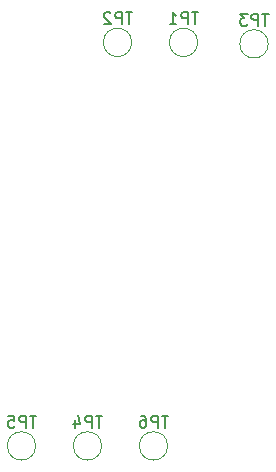
<source format=gbo>
G04 #@! TF.GenerationSoftware,KiCad,Pcbnew,6.0.10-86aedd382b~118~ubuntu18.04.1*
G04 #@! TF.CreationDate,2024-08-26T13:47:26-06:00*
G04 #@! TF.ProjectId,ckt-xing-txm,636b742d-7869-46e6-972d-74786d2e6b69,rev?*
G04 #@! TF.SameCoordinates,Original*
G04 #@! TF.FileFunction,Legend,Bot*
G04 #@! TF.FilePolarity,Positive*
%FSLAX46Y46*%
G04 Gerber Fmt 4.6, Leading zero omitted, Abs format (unit mm)*
G04 Created by KiCad (PCBNEW 6.0.10-86aedd382b~118~ubuntu18.04.1) date 2024-08-26 13:47:26*
%MOMM*%
%LPD*%
G01*
G04 APERTURE LIST*
%ADD10C,0.150000*%
%ADD11C,0.120000*%
G04 APERTURE END LIST*
D10*
X82033904Y-31236380D02*
X81462476Y-31236380D01*
X81748190Y-32236380D02*
X81748190Y-31236380D01*
X81129142Y-32236380D02*
X81129142Y-31236380D01*
X80748190Y-31236380D01*
X80652952Y-31284000D01*
X80605333Y-31331619D01*
X80557714Y-31426857D01*
X80557714Y-31569714D01*
X80605333Y-31664952D01*
X80652952Y-31712571D01*
X80748190Y-31760190D01*
X81129142Y-31760190D01*
X80224380Y-31236380D02*
X79605333Y-31236380D01*
X79938666Y-31617333D01*
X79795809Y-31617333D01*
X79700571Y-31664952D01*
X79652952Y-31712571D01*
X79605333Y-31807809D01*
X79605333Y-32045904D01*
X79652952Y-32141142D01*
X79700571Y-32188761D01*
X79795809Y-32236380D01*
X80081523Y-32236380D01*
X80176761Y-32188761D01*
X80224380Y-32141142D01*
X62348904Y-65272380D02*
X61777476Y-65272380D01*
X62063190Y-66272380D02*
X62063190Y-65272380D01*
X61444142Y-66272380D02*
X61444142Y-65272380D01*
X61063190Y-65272380D01*
X60967952Y-65320000D01*
X60920333Y-65367619D01*
X60872714Y-65462857D01*
X60872714Y-65605714D01*
X60920333Y-65700952D01*
X60967952Y-65748571D01*
X61063190Y-65796190D01*
X61444142Y-65796190D01*
X59967952Y-65272380D02*
X60444142Y-65272380D01*
X60491761Y-65748571D01*
X60444142Y-65700952D01*
X60348904Y-65653333D01*
X60110809Y-65653333D01*
X60015571Y-65700952D01*
X59967952Y-65748571D01*
X59920333Y-65843809D01*
X59920333Y-66081904D01*
X59967952Y-66177142D01*
X60015571Y-66224761D01*
X60110809Y-66272380D01*
X60348904Y-66272380D01*
X60444142Y-66224761D01*
X60491761Y-66177142D01*
X76064904Y-31109380D02*
X75493476Y-31109380D01*
X75779190Y-32109380D02*
X75779190Y-31109380D01*
X75160142Y-32109380D02*
X75160142Y-31109380D01*
X74779190Y-31109380D01*
X74683952Y-31157000D01*
X74636333Y-31204619D01*
X74588714Y-31299857D01*
X74588714Y-31442714D01*
X74636333Y-31537952D01*
X74683952Y-31585571D01*
X74779190Y-31633190D01*
X75160142Y-31633190D01*
X73636333Y-32109380D02*
X74207761Y-32109380D01*
X73922047Y-32109380D02*
X73922047Y-31109380D01*
X74017285Y-31252238D01*
X74112523Y-31347476D01*
X74207761Y-31395095D01*
X70476904Y-31109380D02*
X69905476Y-31109380D01*
X70191190Y-32109380D02*
X70191190Y-31109380D01*
X69572142Y-32109380D02*
X69572142Y-31109380D01*
X69191190Y-31109380D01*
X69095952Y-31157000D01*
X69048333Y-31204619D01*
X69000714Y-31299857D01*
X69000714Y-31442714D01*
X69048333Y-31537952D01*
X69095952Y-31585571D01*
X69191190Y-31633190D01*
X69572142Y-31633190D01*
X68619761Y-31204619D02*
X68572142Y-31157000D01*
X68476904Y-31109380D01*
X68238809Y-31109380D01*
X68143571Y-31157000D01*
X68095952Y-31204619D01*
X68048333Y-31299857D01*
X68048333Y-31395095D01*
X68095952Y-31537952D01*
X68667380Y-32109380D01*
X68048333Y-32109380D01*
X67936904Y-65272380D02*
X67365476Y-65272380D01*
X67651190Y-66272380D02*
X67651190Y-65272380D01*
X67032142Y-66272380D02*
X67032142Y-65272380D01*
X66651190Y-65272380D01*
X66555952Y-65320000D01*
X66508333Y-65367619D01*
X66460714Y-65462857D01*
X66460714Y-65605714D01*
X66508333Y-65700952D01*
X66555952Y-65748571D01*
X66651190Y-65796190D01*
X67032142Y-65796190D01*
X65603571Y-65605714D02*
X65603571Y-66272380D01*
X65841666Y-65224761D02*
X66079761Y-65939047D01*
X65460714Y-65939047D01*
X73524904Y-65272380D02*
X72953476Y-65272380D01*
X73239190Y-66272380D02*
X73239190Y-65272380D01*
X72620142Y-66272380D02*
X72620142Y-65272380D01*
X72239190Y-65272380D01*
X72143952Y-65320000D01*
X72096333Y-65367619D01*
X72048714Y-65462857D01*
X72048714Y-65605714D01*
X72096333Y-65700952D01*
X72143952Y-65748571D01*
X72239190Y-65796190D01*
X72620142Y-65796190D01*
X71191571Y-65272380D02*
X71382047Y-65272380D01*
X71477285Y-65320000D01*
X71524904Y-65367619D01*
X71620142Y-65510476D01*
X71667761Y-65700952D01*
X71667761Y-66081904D01*
X71620142Y-66177142D01*
X71572523Y-66224761D01*
X71477285Y-66272380D01*
X71286809Y-66272380D01*
X71191571Y-66224761D01*
X71143952Y-66177142D01*
X71096333Y-66081904D01*
X71096333Y-65843809D01*
X71143952Y-65748571D01*
X71191571Y-65700952D01*
X71286809Y-65653333D01*
X71477285Y-65653333D01*
X71572523Y-65700952D01*
X71620142Y-65748571D01*
X71667761Y-65843809D01*
D11*
X81972000Y-33782000D02*
G75*
G03*
X81972000Y-33782000I-1200000J0D01*
G01*
X62287000Y-67818000D02*
G75*
G03*
X62287000Y-67818000I-1200000J0D01*
G01*
X76003000Y-33655000D02*
G75*
G03*
X76003000Y-33655000I-1200000J0D01*
G01*
X70415000Y-33655000D02*
G75*
G03*
X70415000Y-33655000I-1200000J0D01*
G01*
X67875000Y-67818000D02*
G75*
G03*
X67875000Y-67818000I-1200000J0D01*
G01*
X73463000Y-67818000D02*
G75*
G03*
X73463000Y-67818000I-1200000J0D01*
G01*
M02*

</source>
